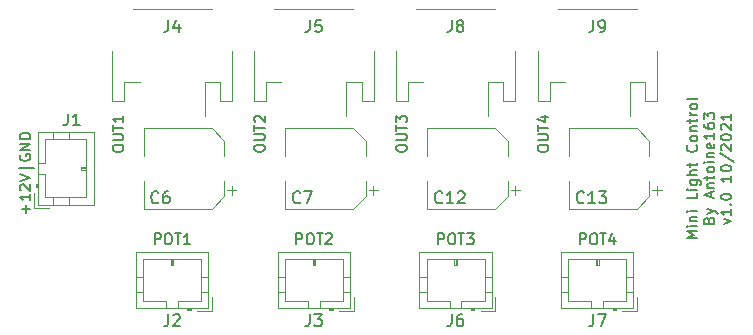
<source format=gbr>
%TF.GenerationSoftware,KiCad,Pcbnew,(5.99.0-12650-g5c402a64ab)*%
%TF.CreationDate,2021-10-10T22:09:24+02:00*%
%TF.ProjectId,mini_light_control,6d696e69-5f6c-4696-9768-745f636f6e74,v1.0*%
%TF.SameCoordinates,Original*%
%TF.FileFunction,Legend,Top*%
%TF.FilePolarity,Positive*%
%FSLAX46Y46*%
G04 Gerber Fmt 4.6, Leading zero omitted, Abs format (unit mm)*
G04 Created by KiCad (PCBNEW (5.99.0-12650-g5c402a64ab)) date 2021-10-10 22:09:24*
%MOMM*%
%LPD*%
G01*
G04 APERTURE LIST*
%ADD10C,0.153000*%
%ADD11C,0.150000*%
%ADD12C,0.120000*%
G04 APERTURE END LIST*
D10*
X112521428Y-55407142D02*
X112521428Y-54507142D01*
X112864285Y-54507142D01*
X112950000Y-54550000D01*
X112992857Y-54592857D01*
X113035714Y-54678571D01*
X113035714Y-54807142D01*
X112992857Y-54892857D01*
X112950000Y-54935714D01*
X112864285Y-54978571D01*
X112521428Y-54978571D01*
X113592857Y-54507142D02*
X113764285Y-54507142D01*
X113850000Y-54550000D01*
X113935714Y-54635714D01*
X113978571Y-54807142D01*
X113978571Y-55107142D01*
X113935714Y-55278571D01*
X113850000Y-55364285D01*
X113764285Y-55407142D01*
X113592857Y-55407142D01*
X113507142Y-55364285D01*
X113421428Y-55278571D01*
X113378571Y-55107142D01*
X113378571Y-54807142D01*
X113421428Y-54635714D01*
X113507142Y-54550000D01*
X113592857Y-54507142D01*
X114235714Y-54507142D02*
X114750000Y-54507142D01*
X114492857Y-55407142D02*
X114492857Y-54507142D01*
X115521428Y-55407142D02*
X115007142Y-55407142D01*
X115264285Y-55407142D02*
X115264285Y-54507142D01*
X115178571Y-54635714D01*
X115092857Y-54721428D01*
X115007142Y-54764285D01*
X120957142Y-47392307D02*
X120957142Y-47220878D01*
X121000000Y-47135164D01*
X121085714Y-47049450D01*
X121257142Y-47006592D01*
X121557142Y-47006592D01*
X121728571Y-47049450D01*
X121814285Y-47135164D01*
X121857142Y-47220878D01*
X121857142Y-47392307D01*
X121814285Y-47478021D01*
X121728571Y-47563735D01*
X121557142Y-47606592D01*
X121257142Y-47606592D01*
X121085714Y-47563735D01*
X121000000Y-47478021D01*
X120957142Y-47392307D01*
X120957142Y-46620878D02*
X121685714Y-46620878D01*
X121771428Y-46578021D01*
X121814285Y-46535164D01*
X121857142Y-46449450D01*
X121857142Y-46278021D01*
X121814285Y-46192307D01*
X121771428Y-46149450D01*
X121685714Y-46106592D01*
X120957142Y-46106592D01*
X120957142Y-45806592D02*
X120957142Y-45292307D01*
X121857142Y-45549450D02*
X120957142Y-45549450D01*
X121042857Y-45035164D02*
X121000000Y-44992307D01*
X120957142Y-44906592D01*
X120957142Y-44692307D01*
X121000000Y-44606592D01*
X121042857Y-44563735D01*
X121128571Y-44520878D01*
X121214285Y-44520878D01*
X121342857Y-44563735D01*
X121857142Y-45078021D01*
X121857142Y-44520878D01*
X101664285Y-52785714D02*
X101664285Y-52100000D01*
X102007142Y-52442857D02*
X101321428Y-52442857D01*
X102007142Y-51200000D02*
X102007142Y-51714285D01*
X102007142Y-51457142D02*
X101107142Y-51457142D01*
X101235714Y-51542857D01*
X101321428Y-51628571D01*
X101364285Y-51714285D01*
X101192857Y-50857142D02*
X101150000Y-50814285D01*
X101107142Y-50728571D01*
X101107142Y-50514285D01*
X101150000Y-50428571D01*
X101192857Y-50385714D01*
X101278571Y-50342857D01*
X101364285Y-50342857D01*
X101492857Y-50385714D01*
X102007142Y-50900000D01*
X102007142Y-50342857D01*
X101107142Y-50085714D02*
X102007142Y-49785714D01*
X101107142Y-49485714D01*
X102307142Y-48971428D02*
X101021428Y-48971428D01*
X101150000Y-47857142D02*
X101107142Y-47942857D01*
X101107142Y-48071428D01*
X101150000Y-48200000D01*
X101235714Y-48285714D01*
X101321428Y-48328571D01*
X101492857Y-48371428D01*
X101621428Y-48371428D01*
X101792857Y-48328571D01*
X101878571Y-48285714D01*
X101964285Y-48200000D01*
X102007142Y-48071428D01*
X102007142Y-47985714D01*
X101964285Y-47857142D01*
X101921428Y-47814285D01*
X101621428Y-47814285D01*
X101621428Y-47985714D01*
X102007142Y-47428571D02*
X101107142Y-47428571D01*
X102007142Y-46914285D01*
X101107142Y-46914285D01*
X102007142Y-46485714D02*
X101107142Y-46485714D01*
X101107142Y-46271428D01*
X101150000Y-46142857D01*
X101235714Y-46057142D01*
X101321428Y-46014285D01*
X101492857Y-45971428D01*
X101621428Y-45971428D01*
X101792857Y-46014285D01*
X101878571Y-46057142D01*
X101964285Y-46142857D01*
X102007142Y-46271428D01*
X102007142Y-46485714D01*
X136521428Y-55407142D02*
X136521428Y-54507142D01*
X136864285Y-54507142D01*
X136950000Y-54550000D01*
X136992857Y-54592857D01*
X137035714Y-54678571D01*
X137035714Y-54807142D01*
X136992857Y-54892857D01*
X136950000Y-54935714D01*
X136864285Y-54978571D01*
X136521428Y-54978571D01*
X137592857Y-54507142D02*
X137764285Y-54507142D01*
X137850000Y-54550000D01*
X137935714Y-54635714D01*
X137978571Y-54807142D01*
X137978571Y-55107142D01*
X137935714Y-55278571D01*
X137850000Y-55364285D01*
X137764285Y-55407142D01*
X137592857Y-55407142D01*
X137507142Y-55364285D01*
X137421428Y-55278571D01*
X137378571Y-55107142D01*
X137378571Y-54807142D01*
X137421428Y-54635714D01*
X137507142Y-54550000D01*
X137592857Y-54507142D01*
X138235714Y-54507142D02*
X138750000Y-54507142D01*
X138492857Y-55407142D02*
X138492857Y-54507142D01*
X138964285Y-54507142D02*
X139521428Y-54507142D01*
X139221428Y-54850000D01*
X139350000Y-54850000D01*
X139435714Y-54892857D01*
X139478571Y-54935714D01*
X139521428Y-55021428D01*
X139521428Y-55235714D01*
X139478571Y-55321428D01*
X139435714Y-55364285D01*
X139350000Y-55407142D01*
X139092857Y-55407142D01*
X139007142Y-55364285D01*
X138964285Y-55321428D01*
X124521428Y-55407142D02*
X124521428Y-54507142D01*
X124864285Y-54507142D01*
X124950000Y-54550000D01*
X124992857Y-54592857D01*
X125035714Y-54678571D01*
X125035714Y-54807142D01*
X124992857Y-54892857D01*
X124950000Y-54935714D01*
X124864285Y-54978571D01*
X124521428Y-54978571D01*
X125592857Y-54507142D02*
X125764285Y-54507142D01*
X125850000Y-54550000D01*
X125935714Y-54635714D01*
X125978571Y-54807142D01*
X125978571Y-55107142D01*
X125935714Y-55278571D01*
X125850000Y-55364285D01*
X125764285Y-55407142D01*
X125592857Y-55407142D01*
X125507142Y-55364285D01*
X125421428Y-55278571D01*
X125378571Y-55107142D01*
X125378571Y-54807142D01*
X125421428Y-54635714D01*
X125507142Y-54550000D01*
X125592857Y-54507142D01*
X126235714Y-54507142D02*
X126750000Y-54507142D01*
X126492857Y-55407142D02*
X126492857Y-54507142D01*
X127007142Y-54592857D02*
X127050000Y-54550000D01*
X127135714Y-54507142D01*
X127350000Y-54507142D01*
X127435714Y-54550000D01*
X127478571Y-54592857D01*
X127521428Y-54678571D01*
X127521428Y-54764285D01*
X127478571Y-54892857D01*
X126964285Y-55407142D01*
X127521428Y-55407142D01*
X144957142Y-47392307D02*
X144957142Y-47220878D01*
X145000000Y-47135164D01*
X145085714Y-47049450D01*
X145257142Y-47006592D01*
X145557142Y-47006592D01*
X145728571Y-47049450D01*
X145814285Y-47135164D01*
X145857142Y-47220878D01*
X145857142Y-47392307D01*
X145814285Y-47478021D01*
X145728571Y-47563735D01*
X145557142Y-47606592D01*
X145257142Y-47606592D01*
X145085714Y-47563735D01*
X145000000Y-47478021D01*
X144957142Y-47392307D01*
X144957142Y-46620878D02*
X145685714Y-46620878D01*
X145771428Y-46578021D01*
X145814285Y-46535164D01*
X145857142Y-46449450D01*
X145857142Y-46278021D01*
X145814285Y-46192307D01*
X145771428Y-46149450D01*
X145685714Y-46106592D01*
X144957142Y-46106592D01*
X144957142Y-45806592D02*
X144957142Y-45292307D01*
X145857142Y-45549450D02*
X144957142Y-45549450D01*
X145257142Y-44606592D02*
X145857142Y-44606592D01*
X144914285Y-44820878D02*
X145557142Y-45035164D01*
X145557142Y-44478021D01*
X148521428Y-55407142D02*
X148521428Y-54507142D01*
X148864285Y-54507142D01*
X148950000Y-54550000D01*
X148992857Y-54592857D01*
X149035714Y-54678571D01*
X149035714Y-54807142D01*
X148992857Y-54892857D01*
X148950000Y-54935714D01*
X148864285Y-54978571D01*
X148521428Y-54978571D01*
X149592857Y-54507142D02*
X149764285Y-54507142D01*
X149850000Y-54550000D01*
X149935714Y-54635714D01*
X149978571Y-54807142D01*
X149978571Y-55107142D01*
X149935714Y-55278571D01*
X149850000Y-55364285D01*
X149764285Y-55407142D01*
X149592857Y-55407142D01*
X149507142Y-55364285D01*
X149421428Y-55278571D01*
X149378571Y-55107142D01*
X149378571Y-54807142D01*
X149421428Y-54635714D01*
X149507142Y-54550000D01*
X149592857Y-54507142D01*
X150235714Y-54507142D02*
X150750000Y-54507142D01*
X150492857Y-55407142D02*
X150492857Y-54507142D01*
X151435714Y-54807142D02*
X151435714Y-55407142D01*
X151221428Y-54464285D02*
X151007142Y-55107142D01*
X151564285Y-55107142D01*
X132957142Y-47392307D02*
X132957142Y-47220878D01*
X133000000Y-47135164D01*
X133085714Y-47049450D01*
X133257142Y-47006592D01*
X133557142Y-47006592D01*
X133728571Y-47049450D01*
X133814285Y-47135164D01*
X133857142Y-47220878D01*
X133857142Y-47392307D01*
X133814285Y-47478021D01*
X133728571Y-47563735D01*
X133557142Y-47606592D01*
X133257142Y-47606592D01*
X133085714Y-47563735D01*
X133000000Y-47478021D01*
X132957142Y-47392307D01*
X132957142Y-46620878D02*
X133685714Y-46620878D01*
X133771428Y-46578021D01*
X133814285Y-46535164D01*
X133857142Y-46449450D01*
X133857142Y-46278021D01*
X133814285Y-46192307D01*
X133771428Y-46149450D01*
X133685714Y-46106592D01*
X132957142Y-46106592D01*
X132957142Y-45806592D02*
X132957142Y-45292307D01*
X133857142Y-45549450D02*
X132957142Y-45549450D01*
X132957142Y-45078021D02*
X132957142Y-44520878D01*
X133300000Y-44820878D01*
X133300000Y-44692307D01*
X133342857Y-44606592D01*
X133385714Y-44563735D01*
X133471428Y-44520878D01*
X133685714Y-44520878D01*
X133771428Y-44563735D01*
X133814285Y-44606592D01*
X133857142Y-44692307D01*
X133857142Y-44949450D01*
X133814285Y-45035164D01*
X133771428Y-45078021D01*
X158458142Y-54914285D02*
X157558142Y-54914285D01*
X158201000Y-54614285D01*
X157558142Y-54314285D01*
X158458142Y-54314285D01*
X158458142Y-53885714D02*
X157858142Y-53885714D01*
X157558142Y-53885714D02*
X157601000Y-53928571D01*
X157643857Y-53885714D01*
X157601000Y-53842857D01*
X157558142Y-53885714D01*
X157643857Y-53885714D01*
X157858142Y-53457142D02*
X158458142Y-53457142D01*
X157943857Y-53457142D02*
X157901000Y-53414285D01*
X157858142Y-53328571D01*
X157858142Y-53200000D01*
X157901000Y-53114285D01*
X157986714Y-53071428D01*
X158458142Y-53071428D01*
X158458142Y-52642857D02*
X157858142Y-52642857D01*
X157558142Y-52642857D02*
X157601000Y-52685714D01*
X157643857Y-52642857D01*
X157601000Y-52600000D01*
X157558142Y-52642857D01*
X157643857Y-52642857D01*
X158458142Y-51100000D02*
X158458142Y-51528571D01*
X157558142Y-51528571D01*
X158458142Y-50800000D02*
X157858142Y-50800000D01*
X157558142Y-50800000D02*
X157601000Y-50842857D01*
X157643857Y-50800000D01*
X157601000Y-50757142D01*
X157558142Y-50800000D01*
X157643857Y-50800000D01*
X157858142Y-49985714D02*
X158586714Y-49985714D01*
X158672428Y-50028571D01*
X158715285Y-50071428D01*
X158758142Y-50157142D01*
X158758142Y-50285714D01*
X158715285Y-50371428D01*
X158415285Y-49985714D02*
X158458142Y-50071428D01*
X158458142Y-50242857D01*
X158415285Y-50328571D01*
X158372428Y-50371428D01*
X158286714Y-50414285D01*
X158029571Y-50414285D01*
X157943857Y-50371428D01*
X157901000Y-50328571D01*
X157858142Y-50242857D01*
X157858142Y-50071428D01*
X157901000Y-49985714D01*
X158458142Y-49557142D02*
X157558142Y-49557142D01*
X158458142Y-49171428D02*
X157986714Y-49171428D01*
X157901000Y-49214285D01*
X157858142Y-49300000D01*
X157858142Y-49428571D01*
X157901000Y-49514285D01*
X157943857Y-49557142D01*
X157858142Y-48871428D02*
X157858142Y-48528571D01*
X157558142Y-48742857D02*
X158329571Y-48742857D01*
X158415285Y-48700000D01*
X158458142Y-48614285D01*
X158458142Y-48528571D01*
X158372428Y-47028571D02*
X158415285Y-47071428D01*
X158458142Y-47200000D01*
X158458142Y-47285714D01*
X158415285Y-47414285D01*
X158329571Y-47500000D01*
X158243857Y-47542857D01*
X158072428Y-47585714D01*
X157943857Y-47585714D01*
X157772428Y-47542857D01*
X157686714Y-47500000D01*
X157601000Y-47414285D01*
X157558142Y-47285714D01*
X157558142Y-47200000D01*
X157601000Y-47071428D01*
X157643857Y-47028571D01*
X158458142Y-46514285D02*
X158415285Y-46600000D01*
X158372428Y-46642857D01*
X158286714Y-46685714D01*
X158029571Y-46685714D01*
X157943857Y-46642857D01*
X157901000Y-46600000D01*
X157858142Y-46514285D01*
X157858142Y-46385714D01*
X157901000Y-46300000D01*
X157943857Y-46257142D01*
X158029571Y-46214285D01*
X158286714Y-46214285D01*
X158372428Y-46257142D01*
X158415285Y-46300000D01*
X158458142Y-46385714D01*
X158458142Y-46514285D01*
X157858142Y-45828571D02*
X158458142Y-45828571D01*
X157943857Y-45828571D02*
X157901000Y-45785714D01*
X157858142Y-45700000D01*
X157858142Y-45571428D01*
X157901000Y-45485714D01*
X157986714Y-45442857D01*
X158458142Y-45442857D01*
X157858142Y-45142857D02*
X157858142Y-44800000D01*
X157558142Y-45014285D02*
X158329571Y-45014285D01*
X158415285Y-44971428D01*
X158458142Y-44885714D01*
X158458142Y-44800000D01*
X158458142Y-44500000D02*
X157858142Y-44500000D01*
X158029571Y-44500000D02*
X157943857Y-44457142D01*
X157901000Y-44414285D01*
X157858142Y-44328571D01*
X157858142Y-44242857D01*
X158458142Y-43814285D02*
X158415285Y-43900000D01*
X158372428Y-43942857D01*
X158286714Y-43985714D01*
X158029571Y-43985714D01*
X157943857Y-43942857D01*
X157901000Y-43900000D01*
X157858142Y-43814285D01*
X157858142Y-43685714D01*
X157901000Y-43600000D01*
X157943857Y-43557142D01*
X158029571Y-43514285D01*
X158286714Y-43514285D01*
X158372428Y-43557142D01*
X158415285Y-43600000D01*
X158458142Y-43685714D01*
X158458142Y-43814285D01*
X158458142Y-43000000D02*
X158415285Y-43085714D01*
X158329571Y-43128571D01*
X157558142Y-43128571D01*
X159435714Y-53371428D02*
X159478571Y-53242857D01*
X159521428Y-53200000D01*
X159607142Y-53157142D01*
X159735714Y-53157142D01*
X159821428Y-53200000D01*
X159864285Y-53242857D01*
X159907142Y-53328571D01*
X159907142Y-53671428D01*
X159007142Y-53671428D01*
X159007142Y-53371428D01*
X159050000Y-53285714D01*
X159092857Y-53242857D01*
X159178571Y-53200000D01*
X159264285Y-53200000D01*
X159350000Y-53242857D01*
X159392857Y-53285714D01*
X159435714Y-53371428D01*
X159435714Y-53671428D01*
X159307142Y-52857142D02*
X159907142Y-52642857D01*
X159307142Y-52428571D02*
X159907142Y-52642857D01*
X160121428Y-52728571D01*
X160164285Y-52771428D01*
X160207142Y-52857142D01*
X159650000Y-51442857D02*
X159650000Y-51014285D01*
X159907142Y-51528571D02*
X159007142Y-51228571D01*
X159907142Y-50928571D01*
X159307142Y-50628571D02*
X159907142Y-50628571D01*
X159392857Y-50628571D02*
X159350000Y-50585714D01*
X159307142Y-50500000D01*
X159307142Y-50371428D01*
X159350000Y-50285714D01*
X159435714Y-50242857D01*
X159907142Y-50242857D01*
X159307142Y-49942857D02*
X159307142Y-49600000D01*
X159007142Y-49814285D02*
X159778571Y-49814285D01*
X159864285Y-49771428D01*
X159907142Y-49685714D01*
X159907142Y-49600000D01*
X159907142Y-49171428D02*
X159864285Y-49257142D01*
X159821428Y-49300000D01*
X159735714Y-49342857D01*
X159478571Y-49342857D01*
X159392857Y-49300000D01*
X159350000Y-49257142D01*
X159307142Y-49171428D01*
X159307142Y-49042857D01*
X159350000Y-48957142D01*
X159392857Y-48914285D01*
X159478571Y-48871428D01*
X159735714Y-48871428D01*
X159821428Y-48914285D01*
X159864285Y-48957142D01*
X159907142Y-49042857D01*
X159907142Y-49171428D01*
X159907142Y-48485714D02*
X159307142Y-48485714D01*
X159007142Y-48485714D02*
X159050000Y-48528571D01*
X159092857Y-48485714D01*
X159050000Y-48442857D01*
X159007142Y-48485714D01*
X159092857Y-48485714D01*
X159307142Y-48057142D02*
X159907142Y-48057142D01*
X159392857Y-48057142D02*
X159350000Y-48014285D01*
X159307142Y-47928571D01*
X159307142Y-47800000D01*
X159350000Y-47714285D01*
X159435714Y-47671428D01*
X159907142Y-47671428D01*
X159864285Y-46900000D02*
X159907142Y-46985714D01*
X159907142Y-47157142D01*
X159864285Y-47242857D01*
X159778571Y-47285714D01*
X159435714Y-47285714D01*
X159350000Y-47242857D01*
X159307142Y-47157142D01*
X159307142Y-46985714D01*
X159350000Y-46900000D01*
X159435714Y-46857142D01*
X159521428Y-46857142D01*
X159607142Y-47285714D01*
X159907142Y-46000000D02*
X159907142Y-46514285D01*
X159907142Y-46257142D02*
X159007142Y-46257142D01*
X159135714Y-46342857D01*
X159221428Y-46428571D01*
X159264285Y-46514285D01*
X159007142Y-45228571D02*
X159007142Y-45400000D01*
X159050000Y-45485714D01*
X159092857Y-45528571D01*
X159221428Y-45614285D01*
X159392857Y-45657142D01*
X159735714Y-45657142D01*
X159821428Y-45614285D01*
X159864285Y-45571428D01*
X159907142Y-45485714D01*
X159907142Y-45314285D01*
X159864285Y-45228571D01*
X159821428Y-45185714D01*
X159735714Y-45142857D01*
X159521428Y-45142857D01*
X159435714Y-45185714D01*
X159392857Y-45228571D01*
X159350000Y-45314285D01*
X159350000Y-45485714D01*
X159392857Y-45571428D01*
X159435714Y-45614285D01*
X159521428Y-45657142D01*
X159007142Y-44842857D02*
X159007142Y-44285714D01*
X159350000Y-44585714D01*
X159350000Y-44457142D01*
X159392857Y-44371428D01*
X159435714Y-44328571D01*
X159521428Y-44285714D01*
X159735714Y-44285714D01*
X159821428Y-44328571D01*
X159864285Y-44371428D01*
X159907142Y-44457142D01*
X159907142Y-44714285D01*
X159864285Y-44800000D01*
X159821428Y-44842857D01*
X160756142Y-53671428D02*
X161356142Y-53457142D01*
X160756142Y-53242857D01*
X161356142Y-52428571D02*
X161356142Y-52942857D01*
X161356142Y-52685714D02*
X160456142Y-52685714D01*
X160584714Y-52771428D01*
X160670428Y-52857142D01*
X160713285Y-52942857D01*
X161270428Y-52042857D02*
X161313285Y-52000000D01*
X161356142Y-52042857D01*
X161313285Y-52085714D01*
X161270428Y-52042857D01*
X161356142Y-52042857D01*
X160456142Y-51442857D02*
X160456142Y-51357142D01*
X160499000Y-51271428D01*
X160541857Y-51228571D01*
X160627571Y-51185714D01*
X160799000Y-51142857D01*
X161013285Y-51142857D01*
X161184714Y-51185714D01*
X161270428Y-51228571D01*
X161313285Y-51271428D01*
X161356142Y-51357142D01*
X161356142Y-51442857D01*
X161313285Y-51528571D01*
X161270428Y-51571428D01*
X161184714Y-51614285D01*
X161013285Y-51657142D01*
X160799000Y-51657142D01*
X160627571Y-51614285D01*
X160541857Y-51571428D01*
X160499000Y-51528571D01*
X160456142Y-51442857D01*
X161356142Y-49600000D02*
X161356142Y-50114285D01*
X161356142Y-49857142D02*
X160456142Y-49857142D01*
X160584714Y-49942857D01*
X160670428Y-50028571D01*
X160713285Y-50114285D01*
X160456142Y-49042857D02*
X160456142Y-48957142D01*
X160499000Y-48871428D01*
X160541857Y-48828571D01*
X160627571Y-48785714D01*
X160799000Y-48742857D01*
X161013285Y-48742857D01*
X161184714Y-48785714D01*
X161270428Y-48828571D01*
X161313285Y-48871428D01*
X161356142Y-48957142D01*
X161356142Y-49042857D01*
X161313285Y-49128571D01*
X161270428Y-49171428D01*
X161184714Y-49214285D01*
X161013285Y-49257142D01*
X160799000Y-49257142D01*
X160627571Y-49214285D01*
X160541857Y-49171428D01*
X160499000Y-49128571D01*
X160456142Y-49042857D01*
X160413285Y-47714285D02*
X161570428Y-48485714D01*
X160541857Y-47457142D02*
X160499000Y-47414285D01*
X160456142Y-47328571D01*
X160456142Y-47114285D01*
X160499000Y-47028571D01*
X160541857Y-46985714D01*
X160627571Y-46942857D01*
X160713285Y-46942857D01*
X160841857Y-46985714D01*
X161356142Y-47500000D01*
X161356142Y-46942857D01*
X160456142Y-46385714D02*
X160456142Y-46300000D01*
X160499000Y-46214285D01*
X160541857Y-46171428D01*
X160627571Y-46128571D01*
X160799000Y-46085714D01*
X161013285Y-46085714D01*
X161184714Y-46128571D01*
X161270428Y-46171428D01*
X161313285Y-46214285D01*
X161356142Y-46300000D01*
X161356142Y-46385714D01*
X161313285Y-46471428D01*
X161270428Y-46514285D01*
X161184714Y-46557142D01*
X161013285Y-46600000D01*
X160799000Y-46600000D01*
X160627571Y-46557142D01*
X160541857Y-46514285D01*
X160499000Y-46471428D01*
X160456142Y-46385714D01*
X160541857Y-45742857D02*
X160499000Y-45700000D01*
X160456142Y-45614285D01*
X160456142Y-45400000D01*
X160499000Y-45314285D01*
X160541857Y-45271428D01*
X160627571Y-45228571D01*
X160713285Y-45228571D01*
X160841857Y-45271428D01*
X161356142Y-45785714D01*
X161356142Y-45228571D01*
X161356142Y-44371428D02*
X161356142Y-44885714D01*
X161356142Y-44628571D02*
X160456142Y-44628571D01*
X160584714Y-44714285D01*
X160670428Y-44800000D01*
X160713285Y-44885714D01*
X108957142Y-47392307D02*
X108957142Y-47220878D01*
X109000000Y-47135164D01*
X109085714Y-47049450D01*
X109257142Y-47006592D01*
X109557142Y-47006592D01*
X109728571Y-47049450D01*
X109814285Y-47135164D01*
X109857142Y-47220878D01*
X109857142Y-47392307D01*
X109814285Y-47478021D01*
X109728571Y-47563735D01*
X109557142Y-47606592D01*
X109257142Y-47606592D01*
X109085714Y-47563735D01*
X109000000Y-47478021D01*
X108957142Y-47392307D01*
X108957142Y-46620878D02*
X109685714Y-46620878D01*
X109771428Y-46578021D01*
X109814285Y-46535164D01*
X109857142Y-46449450D01*
X109857142Y-46278021D01*
X109814285Y-46192307D01*
X109771428Y-46149450D01*
X109685714Y-46106592D01*
X108957142Y-46106592D01*
X108957142Y-45806592D02*
X108957142Y-45292307D01*
X109857142Y-45549450D02*
X108957142Y-45549450D01*
X109857142Y-44520878D02*
X109857142Y-45035164D01*
X109857142Y-44778021D02*
X108957142Y-44778021D01*
X109085714Y-44863735D01*
X109171428Y-44949450D01*
X109214285Y-45035164D01*
D11*
%TO.C,C12*%
X136857142Y-51857142D02*
X136809523Y-51904761D01*
X136666666Y-51952380D01*
X136571428Y-51952380D01*
X136428571Y-51904761D01*
X136333333Y-51809523D01*
X136285714Y-51714285D01*
X136238095Y-51523809D01*
X136238095Y-51380952D01*
X136285714Y-51190476D01*
X136333333Y-51095238D01*
X136428571Y-51000000D01*
X136571428Y-50952380D01*
X136666666Y-50952380D01*
X136809523Y-51000000D01*
X136857142Y-51047619D01*
X137809523Y-51952380D02*
X137238095Y-51952380D01*
X137523809Y-51952380D02*
X137523809Y-50952380D01*
X137428571Y-51095238D01*
X137333333Y-51190476D01*
X137238095Y-51238095D01*
X138190476Y-51047619D02*
X138238095Y-51000000D01*
X138333333Y-50952380D01*
X138571428Y-50952380D01*
X138666666Y-51000000D01*
X138714285Y-51047619D01*
X138761904Y-51142857D01*
X138761904Y-51238095D01*
X138714285Y-51380952D01*
X138142857Y-51952380D01*
X138761904Y-51952380D01*
%TO.C,C13*%
X148857142Y-51857142D02*
X148809523Y-51904761D01*
X148666666Y-51952380D01*
X148571428Y-51952380D01*
X148428571Y-51904761D01*
X148333333Y-51809523D01*
X148285714Y-51714285D01*
X148238095Y-51523809D01*
X148238095Y-51380952D01*
X148285714Y-51190476D01*
X148333333Y-51095238D01*
X148428571Y-51000000D01*
X148571428Y-50952380D01*
X148666666Y-50952380D01*
X148809523Y-51000000D01*
X148857142Y-51047619D01*
X149809523Y-51952380D02*
X149238095Y-51952380D01*
X149523809Y-51952380D02*
X149523809Y-50952380D01*
X149428571Y-51095238D01*
X149333333Y-51190476D01*
X149238095Y-51238095D01*
X150142857Y-50952380D02*
X150761904Y-50952380D01*
X150428571Y-51333333D01*
X150571428Y-51333333D01*
X150666666Y-51380952D01*
X150714285Y-51428571D01*
X150761904Y-51523809D01*
X150761904Y-51761904D01*
X150714285Y-51857142D01*
X150666666Y-51904761D01*
X150571428Y-51952380D01*
X150285714Y-51952380D01*
X150190476Y-51904761D01*
X150142857Y-51857142D01*
%TO.C,J7*%
X149666666Y-61352380D02*
X149666666Y-62066666D01*
X149619047Y-62209523D01*
X149523809Y-62304761D01*
X149380952Y-62352380D01*
X149285714Y-62352380D01*
X150047619Y-61352380D02*
X150714285Y-61352380D01*
X150285714Y-62352380D01*
%TO.C,J3*%
X125666666Y-61352380D02*
X125666666Y-62066666D01*
X125619047Y-62209523D01*
X125523809Y-62304761D01*
X125380952Y-62352380D01*
X125285714Y-62352380D01*
X126047619Y-61352380D02*
X126666666Y-61352380D01*
X126333333Y-61733333D01*
X126476190Y-61733333D01*
X126571428Y-61780952D01*
X126619047Y-61828571D01*
X126666666Y-61923809D01*
X126666666Y-62161904D01*
X126619047Y-62257142D01*
X126571428Y-62304761D01*
X126476190Y-62352380D01*
X126190476Y-62352380D01*
X126095238Y-62304761D01*
X126047619Y-62257142D01*
%TO.C,C7*%
X124833333Y-51857142D02*
X124785714Y-51904761D01*
X124642857Y-51952380D01*
X124547619Y-51952380D01*
X124404761Y-51904761D01*
X124309523Y-51809523D01*
X124261904Y-51714285D01*
X124214285Y-51523809D01*
X124214285Y-51380952D01*
X124261904Y-51190476D01*
X124309523Y-51095238D01*
X124404761Y-51000000D01*
X124547619Y-50952380D01*
X124642857Y-50952380D01*
X124785714Y-51000000D01*
X124833333Y-51047619D01*
X125166666Y-50952380D02*
X125833333Y-50952380D01*
X125404761Y-51952380D01*
%TO.C,J4*%
X113666666Y-36452380D02*
X113666666Y-37166666D01*
X113619047Y-37309523D01*
X113523809Y-37404761D01*
X113380952Y-37452380D01*
X113285714Y-37452380D01*
X114571428Y-36785714D02*
X114571428Y-37452380D01*
X114333333Y-36404761D02*
X114095238Y-37119047D01*
X114714285Y-37119047D01*
%TO.C,J6*%
X137666666Y-61352380D02*
X137666666Y-62066666D01*
X137619047Y-62209523D01*
X137523809Y-62304761D01*
X137380952Y-62352380D01*
X137285714Y-62352380D01*
X138571428Y-61352380D02*
X138380952Y-61352380D01*
X138285714Y-61400000D01*
X138238095Y-61447619D01*
X138142857Y-61590476D01*
X138095238Y-61780952D01*
X138095238Y-62161904D01*
X138142857Y-62257142D01*
X138190476Y-62304761D01*
X138285714Y-62352380D01*
X138476190Y-62352380D01*
X138571428Y-62304761D01*
X138619047Y-62257142D01*
X138666666Y-62161904D01*
X138666666Y-61923809D01*
X138619047Y-61828571D01*
X138571428Y-61780952D01*
X138476190Y-61733333D01*
X138285714Y-61733333D01*
X138190476Y-61780952D01*
X138142857Y-61828571D01*
X138095238Y-61923809D01*
%TO.C,J2*%
X113666666Y-61352380D02*
X113666666Y-62066666D01*
X113619047Y-62209523D01*
X113523809Y-62304761D01*
X113380952Y-62352380D01*
X113285714Y-62352380D01*
X114095238Y-61447619D02*
X114142857Y-61400000D01*
X114238095Y-61352380D01*
X114476190Y-61352380D01*
X114571428Y-61400000D01*
X114619047Y-61447619D01*
X114666666Y-61542857D01*
X114666666Y-61638095D01*
X114619047Y-61780952D01*
X114047619Y-62352380D01*
X114666666Y-62352380D01*
%TO.C,C6*%
X112833333Y-51857142D02*
X112785714Y-51904761D01*
X112642857Y-51952380D01*
X112547619Y-51952380D01*
X112404761Y-51904761D01*
X112309523Y-51809523D01*
X112261904Y-51714285D01*
X112214285Y-51523809D01*
X112214285Y-51380952D01*
X112261904Y-51190476D01*
X112309523Y-51095238D01*
X112404761Y-51000000D01*
X112547619Y-50952380D01*
X112642857Y-50952380D01*
X112785714Y-51000000D01*
X112833333Y-51047619D01*
X113690476Y-50952380D02*
X113500000Y-50952380D01*
X113404761Y-51000000D01*
X113357142Y-51047619D01*
X113261904Y-51190476D01*
X113214285Y-51380952D01*
X113214285Y-51761904D01*
X113261904Y-51857142D01*
X113309523Y-51904761D01*
X113404761Y-51952380D01*
X113595238Y-51952380D01*
X113690476Y-51904761D01*
X113738095Y-51857142D01*
X113785714Y-51761904D01*
X113785714Y-51523809D01*
X113738095Y-51428571D01*
X113690476Y-51380952D01*
X113595238Y-51333333D01*
X113404761Y-51333333D01*
X113309523Y-51380952D01*
X113261904Y-51428571D01*
X113214285Y-51523809D01*
%TO.C,J8*%
X137666666Y-36452380D02*
X137666666Y-37166666D01*
X137619047Y-37309523D01*
X137523809Y-37404761D01*
X137380952Y-37452380D01*
X137285714Y-37452380D01*
X138285714Y-36880952D02*
X138190476Y-36833333D01*
X138142857Y-36785714D01*
X138095238Y-36690476D01*
X138095238Y-36642857D01*
X138142857Y-36547619D01*
X138190476Y-36500000D01*
X138285714Y-36452380D01*
X138476190Y-36452380D01*
X138571428Y-36500000D01*
X138619047Y-36547619D01*
X138666666Y-36642857D01*
X138666666Y-36690476D01*
X138619047Y-36785714D01*
X138571428Y-36833333D01*
X138476190Y-36880952D01*
X138285714Y-36880952D01*
X138190476Y-36928571D01*
X138142857Y-36976190D01*
X138095238Y-37071428D01*
X138095238Y-37261904D01*
X138142857Y-37357142D01*
X138190476Y-37404761D01*
X138285714Y-37452380D01*
X138476190Y-37452380D01*
X138571428Y-37404761D01*
X138619047Y-37357142D01*
X138666666Y-37261904D01*
X138666666Y-37071428D01*
X138619047Y-36976190D01*
X138571428Y-36928571D01*
X138476190Y-36880952D01*
%TO.C,J1*%
X105166666Y-44352380D02*
X105166666Y-45066666D01*
X105119047Y-45209523D01*
X105023809Y-45304761D01*
X104880952Y-45352380D01*
X104785714Y-45352380D01*
X106166666Y-45352380D02*
X105595238Y-45352380D01*
X105880952Y-45352380D02*
X105880952Y-44352380D01*
X105785714Y-44495238D01*
X105690476Y-44590476D01*
X105595238Y-44638095D01*
%TO.C,J9*%
X149666666Y-36452380D02*
X149666666Y-37166666D01*
X149619047Y-37309523D01*
X149523809Y-37404761D01*
X149380952Y-37452380D01*
X149285714Y-37452380D01*
X150190476Y-37452380D02*
X150380952Y-37452380D01*
X150476190Y-37404761D01*
X150523809Y-37357142D01*
X150619047Y-37214285D01*
X150666666Y-37023809D01*
X150666666Y-36642857D01*
X150619047Y-36547619D01*
X150571428Y-36500000D01*
X150476190Y-36452380D01*
X150285714Y-36452380D01*
X150190476Y-36500000D01*
X150142857Y-36547619D01*
X150095238Y-36642857D01*
X150095238Y-36880952D01*
X150142857Y-36976190D01*
X150190476Y-37023809D01*
X150285714Y-37071428D01*
X150476190Y-37071428D01*
X150571428Y-37023809D01*
X150619047Y-36976190D01*
X150666666Y-36880952D01*
%TO.C,J5*%
X125666666Y-36452380D02*
X125666666Y-37166666D01*
X125619047Y-37309523D01*
X125523809Y-37404761D01*
X125380952Y-37452380D01*
X125285714Y-37452380D01*
X126619047Y-36452380D02*
X126142857Y-36452380D01*
X126095238Y-36928571D01*
X126142857Y-36880952D01*
X126238095Y-36833333D01*
X126476190Y-36833333D01*
X126571428Y-36880952D01*
X126619047Y-36928571D01*
X126666666Y-37023809D01*
X126666666Y-37261904D01*
X126619047Y-37357142D01*
X126571428Y-37404761D01*
X126476190Y-37452380D01*
X126238095Y-37452380D01*
X126142857Y-37404761D01*
X126095238Y-37357142D01*
D12*
%TO.C,C12*%
X141345563Y-45590000D02*
X135590000Y-45590000D01*
X135590000Y-45590000D02*
X135590000Y-47940000D01*
X142410000Y-51345563D02*
X142410000Y-50060000D01*
X135590000Y-52410000D02*
X135590000Y-50060000D01*
X142410000Y-46654437D02*
X141345563Y-45590000D01*
X143437500Y-50847500D02*
X142650000Y-50847500D01*
X143043750Y-51241250D02*
X143043750Y-50453750D01*
X142410000Y-46654437D02*
X142410000Y-47940000D01*
X142410000Y-51345563D02*
X141345563Y-52410000D01*
X141345563Y-52410000D02*
X135590000Y-52410000D01*
%TO.C,C13*%
X153345563Y-45590000D02*
X147590000Y-45590000D01*
X155437500Y-50847500D02*
X154650000Y-50847500D01*
X147590000Y-45590000D02*
X147590000Y-47940000D01*
X155043750Y-51241250D02*
X155043750Y-50453750D01*
X154410000Y-46654437D02*
X154410000Y-47940000D01*
X154410000Y-51345563D02*
X154410000Y-50060000D01*
X154410000Y-46654437D02*
X153345563Y-45590000D01*
X153345563Y-52410000D02*
X147590000Y-52410000D01*
X147590000Y-52410000D02*
X147590000Y-50060000D01*
X154410000Y-51345563D02*
X153345563Y-52410000D01*
%TO.C,J7*%
X153060000Y-60810000D02*
X153060000Y-56090000D01*
X150500000Y-60200000D02*
X152450000Y-60200000D01*
X149900000Y-57200000D02*
X149900000Y-56700000D01*
X147550000Y-60200000D02*
X149500000Y-60200000D01*
X149500000Y-60200000D02*
X149500000Y-60810000D01*
X153360000Y-61110000D02*
X153360000Y-59860000D01*
X150100000Y-57200000D02*
X149900000Y-57200000D01*
X151300000Y-60810000D02*
X151300000Y-61010000D01*
X146940000Y-56090000D02*
X146940000Y-60810000D01*
X147550000Y-56700000D02*
X147550000Y-60200000D01*
X152450000Y-60200000D02*
X152450000Y-56700000D01*
X152110000Y-61110000D02*
X153360000Y-61110000D01*
X153060000Y-59500000D02*
X152450000Y-59500000D01*
X150000000Y-56700000D02*
X150000000Y-57200000D01*
X153060000Y-58200000D02*
X152450000Y-58200000D01*
X151300000Y-61010000D02*
X151600000Y-61010000D01*
X146940000Y-60810000D02*
X153060000Y-60810000D01*
X152450000Y-56700000D02*
X147550000Y-56700000D01*
X146940000Y-59500000D02*
X147550000Y-59500000D01*
X151600000Y-61010000D02*
X151600000Y-60810000D01*
X150500000Y-60810000D02*
X150500000Y-60200000D01*
X153060000Y-56090000D02*
X146940000Y-56090000D01*
X146940000Y-58200000D02*
X147550000Y-58200000D01*
X151300000Y-60910000D02*
X151600000Y-60910000D01*
X150100000Y-56700000D02*
X150100000Y-57200000D01*
%TO.C,J3*%
X126100000Y-56700000D02*
X126100000Y-57200000D01*
X129360000Y-61110000D02*
X129360000Y-59860000D01*
X122940000Y-60810000D02*
X129060000Y-60810000D01*
X126500000Y-60810000D02*
X126500000Y-60200000D01*
X126500000Y-60200000D02*
X128450000Y-60200000D01*
X128450000Y-60200000D02*
X128450000Y-56700000D01*
X129060000Y-59500000D02*
X128450000Y-59500000D01*
X127300000Y-60910000D02*
X127600000Y-60910000D01*
X123550000Y-56700000D02*
X123550000Y-60200000D01*
X123550000Y-60200000D02*
X125500000Y-60200000D01*
X129060000Y-56090000D02*
X122940000Y-56090000D01*
X129060000Y-58200000D02*
X128450000Y-58200000D01*
X126000000Y-56700000D02*
X126000000Y-57200000D01*
X122940000Y-56090000D02*
X122940000Y-60810000D01*
X126100000Y-57200000D02*
X125900000Y-57200000D01*
X129060000Y-60810000D02*
X129060000Y-56090000D01*
X127300000Y-60810000D02*
X127300000Y-61010000D01*
X127300000Y-61010000D02*
X127600000Y-61010000D01*
X122940000Y-59500000D02*
X123550000Y-59500000D01*
X125900000Y-57200000D02*
X125900000Y-56700000D01*
X127600000Y-61010000D02*
X127600000Y-60810000D01*
X125500000Y-60200000D02*
X125500000Y-60810000D01*
X128110000Y-61110000D02*
X129360000Y-61110000D01*
X128450000Y-56700000D02*
X123550000Y-56700000D01*
X122940000Y-58200000D02*
X123550000Y-58200000D01*
%TO.C,C7*%
X131043750Y-51241250D02*
X131043750Y-50453750D01*
X130410000Y-46654437D02*
X130410000Y-47940000D01*
X129345563Y-45590000D02*
X123590000Y-45590000D01*
X130410000Y-46654437D02*
X129345563Y-45590000D01*
X123590000Y-52410000D02*
X123590000Y-50060000D01*
X130410000Y-51345563D02*
X130410000Y-50060000D01*
X130410000Y-51345563D02*
X129345563Y-52410000D01*
X131437500Y-50847500D02*
X130650000Y-50847500D01*
X129345563Y-52410000D02*
X123590000Y-52410000D01*
X123590000Y-45590000D02*
X123590000Y-47940000D01*
%TO.C,J4*%
X119060000Y-43310000D02*
X118040000Y-43310000D01*
X109960000Y-43310000D02*
X109960000Y-41710000D01*
X118040000Y-43310000D02*
X118040000Y-41710000D01*
X109960000Y-41710000D02*
X111240000Y-41710000D01*
X119060000Y-39060000D02*
X119060000Y-43310000D01*
X117340000Y-35490000D02*
X110660000Y-35490000D01*
X108940000Y-39060000D02*
X108940000Y-43310000D01*
X118040000Y-41710000D02*
X116760000Y-41710000D01*
X108940000Y-43310000D02*
X109960000Y-43310000D01*
X116760000Y-41710000D02*
X116760000Y-44600000D01*
%TO.C,J6*%
X135550000Y-60200000D02*
X137500000Y-60200000D01*
X137900000Y-57200000D02*
X137900000Y-56700000D01*
X138100000Y-56700000D02*
X138100000Y-57200000D01*
X138500000Y-60810000D02*
X138500000Y-60200000D01*
X141060000Y-59500000D02*
X140450000Y-59500000D01*
X134940000Y-59500000D02*
X135550000Y-59500000D01*
X139300000Y-60910000D02*
X139600000Y-60910000D01*
X140450000Y-56700000D02*
X135550000Y-56700000D01*
X141060000Y-60810000D02*
X141060000Y-56090000D01*
X141060000Y-56090000D02*
X134940000Y-56090000D01*
X139600000Y-61010000D02*
X139600000Y-60810000D01*
X141060000Y-58200000D02*
X140450000Y-58200000D01*
X135550000Y-56700000D02*
X135550000Y-60200000D01*
X138500000Y-60200000D02*
X140450000Y-60200000D01*
X134940000Y-56090000D02*
X134940000Y-60810000D01*
X141360000Y-61110000D02*
X141360000Y-59860000D01*
X137500000Y-60200000D02*
X137500000Y-60810000D01*
X134940000Y-60810000D02*
X141060000Y-60810000D01*
X140450000Y-60200000D02*
X140450000Y-56700000D01*
X138100000Y-57200000D02*
X137900000Y-57200000D01*
X139300000Y-60810000D02*
X139300000Y-61010000D01*
X139300000Y-61010000D02*
X139600000Y-61010000D01*
X134940000Y-58200000D02*
X135550000Y-58200000D01*
X140110000Y-61110000D02*
X141360000Y-61110000D01*
X138000000Y-56700000D02*
X138000000Y-57200000D01*
%TO.C,J2*%
X115300000Y-61010000D02*
X115600000Y-61010000D01*
X117060000Y-59500000D02*
X116450000Y-59500000D01*
X114500000Y-60810000D02*
X114500000Y-60200000D01*
X114100000Y-57200000D02*
X113900000Y-57200000D01*
X110940000Y-59500000D02*
X111550000Y-59500000D01*
X114100000Y-56700000D02*
X114100000Y-57200000D01*
X113500000Y-60200000D02*
X113500000Y-60810000D01*
X114000000Y-56700000D02*
X114000000Y-57200000D01*
X117060000Y-60810000D02*
X117060000Y-56090000D01*
X115600000Y-61010000D02*
X115600000Y-60810000D01*
X116450000Y-60200000D02*
X116450000Y-56700000D01*
X111550000Y-60200000D02*
X113500000Y-60200000D01*
X116450000Y-56700000D02*
X111550000Y-56700000D01*
X115300000Y-60810000D02*
X115300000Y-61010000D01*
X110940000Y-60810000D02*
X117060000Y-60810000D01*
X110940000Y-58200000D02*
X111550000Y-58200000D01*
X116110000Y-61110000D02*
X117360000Y-61110000D01*
X111550000Y-56700000D02*
X111550000Y-60200000D01*
X117060000Y-56090000D02*
X110940000Y-56090000D01*
X117060000Y-58200000D02*
X116450000Y-58200000D01*
X110940000Y-56090000D02*
X110940000Y-60810000D01*
X117360000Y-61110000D02*
X117360000Y-59860000D01*
X113900000Y-57200000D02*
X113900000Y-56700000D01*
X115300000Y-60910000D02*
X115600000Y-60910000D01*
X114500000Y-60200000D02*
X116450000Y-60200000D01*
%TO.C,C6*%
X117345563Y-45590000D02*
X111590000Y-45590000D01*
X111590000Y-52410000D02*
X111590000Y-50060000D01*
X118410000Y-51345563D02*
X117345563Y-52410000D01*
X119437500Y-50847500D02*
X118650000Y-50847500D01*
X118410000Y-46654437D02*
X117345563Y-45590000D01*
X118410000Y-46654437D02*
X118410000Y-47940000D01*
X111590000Y-45590000D02*
X111590000Y-47940000D01*
X117345563Y-52410000D02*
X111590000Y-52410000D01*
X118410000Y-51345563D02*
X118410000Y-50060000D01*
X119043750Y-51241250D02*
X119043750Y-50453750D01*
%TO.C,J8*%
X133960000Y-43310000D02*
X133960000Y-41710000D01*
X142040000Y-41710000D02*
X140760000Y-41710000D01*
X143060000Y-39060000D02*
X143060000Y-43310000D01*
X132940000Y-43310000D02*
X133960000Y-43310000D01*
X142040000Y-43310000D02*
X142040000Y-41710000D01*
X140760000Y-41710000D02*
X140760000Y-44600000D01*
X133960000Y-41710000D02*
X135240000Y-41710000D01*
X141340000Y-35490000D02*
X134660000Y-35490000D01*
X143060000Y-43310000D02*
X142040000Y-43310000D01*
X132940000Y-39060000D02*
X132940000Y-43310000D01*
%TO.C,J1*%
X103950000Y-52060000D02*
X103950000Y-51450000D01*
X106750000Y-49100000D02*
X106250000Y-49100000D01*
X103950000Y-45940000D02*
X103950000Y-46550000D01*
X102640000Y-49500000D02*
X103250000Y-49500000D01*
X102640000Y-50300000D02*
X102440000Y-50300000D01*
X102640000Y-52060000D02*
X107360000Y-52060000D01*
X106750000Y-46550000D02*
X103250000Y-46550000D01*
X102440000Y-50300000D02*
X102440000Y-50600000D01*
X102340000Y-52360000D02*
X103590000Y-52360000D01*
X107360000Y-52060000D02*
X107360000Y-45940000D01*
X103250000Y-49500000D02*
X103250000Y-51450000D01*
X105250000Y-45940000D02*
X105250000Y-46550000D01*
X106250000Y-49100000D02*
X106250000Y-48900000D01*
X106750000Y-51450000D02*
X106750000Y-46550000D01*
X103250000Y-51450000D02*
X106750000Y-51450000D01*
X105250000Y-52060000D02*
X105250000Y-51450000D01*
X106750000Y-49000000D02*
X106250000Y-49000000D01*
X106250000Y-48900000D02*
X106750000Y-48900000D01*
X102540000Y-50300000D02*
X102540000Y-50600000D01*
X102640000Y-45940000D02*
X102640000Y-52060000D01*
X107360000Y-45940000D02*
X102640000Y-45940000D01*
X102440000Y-50600000D02*
X102640000Y-50600000D01*
X102340000Y-51110000D02*
X102340000Y-52360000D01*
X103250000Y-46550000D02*
X103250000Y-48500000D01*
X103250000Y-48500000D02*
X102640000Y-48500000D01*
%TO.C,J9*%
X154040000Y-41710000D02*
X152760000Y-41710000D01*
X155060000Y-43310000D02*
X154040000Y-43310000D01*
X152760000Y-41710000D02*
X152760000Y-44600000D01*
X154040000Y-43310000D02*
X154040000Y-41710000D01*
X153340000Y-35490000D02*
X146660000Y-35490000D01*
X144940000Y-39060000D02*
X144940000Y-43310000D01*
X155060000Y-39060000D02*
X155060000Y-43310000D01*
X145960000Y-41710000D02*
X147240000Y-41710000D01*
X145960000Y-43310000D02*
X145960000Y-41710000D01*
X144940000Y-43310000D02*
X145960000Y-43310000D01*
%TO.C,J5*%
X120940000Y-43310000D02*
X121960000Y-43310000D01*
X120940000Y-39060000D02*
X120940000Y-43310000D01*
X130040000Y-43310000D02*
X130040000Y-41710000D01*
X129340000Y-35490000D02*
X122660000Y-35490000D01*
X121960000Y-43310000D02*
X121960000Y-41710000D01*
X121960000Y-41710000D02*
X123240000Y-41710000D01*
X131060000Y-43310000D02*
X130040000Y-43310000D01*
X130040000Y-41710000D02*
X128760000Y-41710000D01*
X128760000Y-41710000D02*
X128760000Y-44600000D01*
X131060000Y-39060000D02*
X131060000Y-43310000D01*
%TD*%
M02*

</source>
